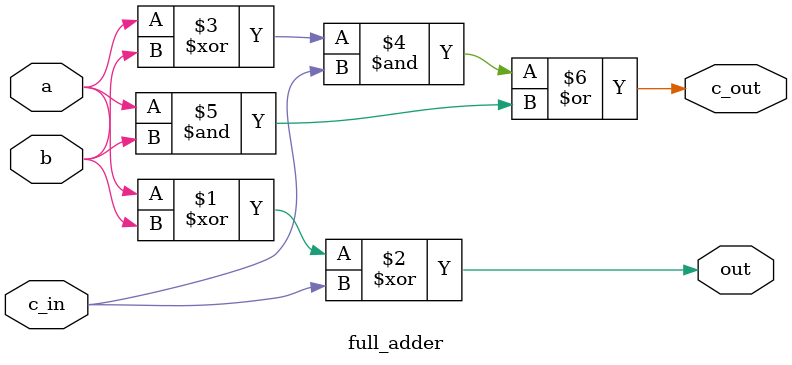
<source format=v>
module rc_adder
    #(parameter SIZE=16)
    (
    input [SIZE-1:0] input1,
    input [SIZE-1:0] input2,
    input c_in,
    output [SIZE-1:0] result,
    output c_out);
    
    wire [SIZE:0] w_carry;
    wire [SIZE-1:0] w_generate, w_propagate, w_sum;

    assign w_carry[0] = c_in;

    genvar i;
    generate
        for (i=0; i<SIZE; i=i+1)
        begin
            full_adder full_adder_inst(input1[i], input2[i], w_carry[i], w_sum[i], w_carry[i+1]);
        end
    endgenerate

    assign result = w_sum;
    assign c_out = w_carry[SIZE];
endmodule

module full_adder(a, b, c_in, out, c_out);
	input a, b, c_in;
	output out, c_out;

	assign out = a ^ b ^ c_in;
	assign c_out = ((a ^ b) & c_in) | (a & b);
endmodule
</source>
